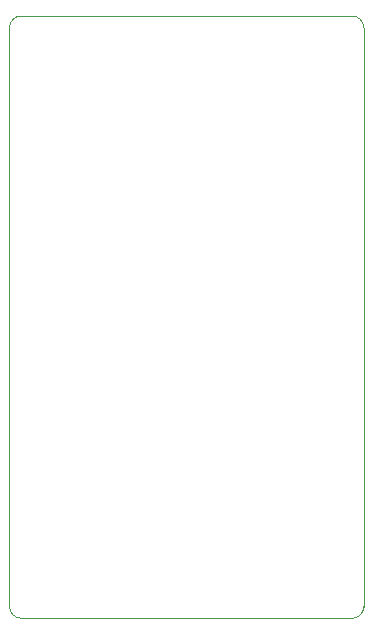
<source format=gbr>
%TF.GenerationSoftware,KiCad,Pcbnew,7.0.2*%
%TF.CreationDate,2023-06-14T20:26:51+10:00*%
%TF.ProjectId,STM32_Simple_Rev1.0,53544d33-325f-4536-996d-706c655f5265,rev?*%
%TF.SameCoordinates,Original*%
%TF.FileFunction,Profile,NP*%
%FSLAX46Y46*%
G04 Gerber Fmt 4.6, Leading zero omitted, Abs format (unit mm)*
G04 Created by KiCad (PCBNEW 7.0.2) date 2023-06-14 20:26:51*
%MOMM*%
%LPD*%
G01*
G04 APERTURE LIST*
%TA.AperFunction,Profile*%
%ADD10C,0.100000*%
%TD*%
G04 APERTURE END LIST*
D10*
X214000000Y-118000000D02*
G75*
G03*
X215000000Y-117000000I0J1000000D01*
G01*
X185000000Y-117000000D02*
X185000000Y-68000000D01*
X214000000Y-118000000D02*
X186000000Y-118000000D01*
X185000000Y-117000000D02*
G75*
G03*
X186000000Y-118000000I1000000J0D01*
G01*
X186000000Y-67000000D02*
G75*
G03*
X185000000Y-68000000I0J-1000000D01*
G01*
X215000000Y-68000000D02*
G75*
G03*
X214000000Y-67000000I-1000000J0D01*
G01*
X215000000Y-68000000D02*
X215000000Y-117000000D01*
X186000000Y-67000000D02*
X214000000Y-67000000D01*
M02*

</source>
